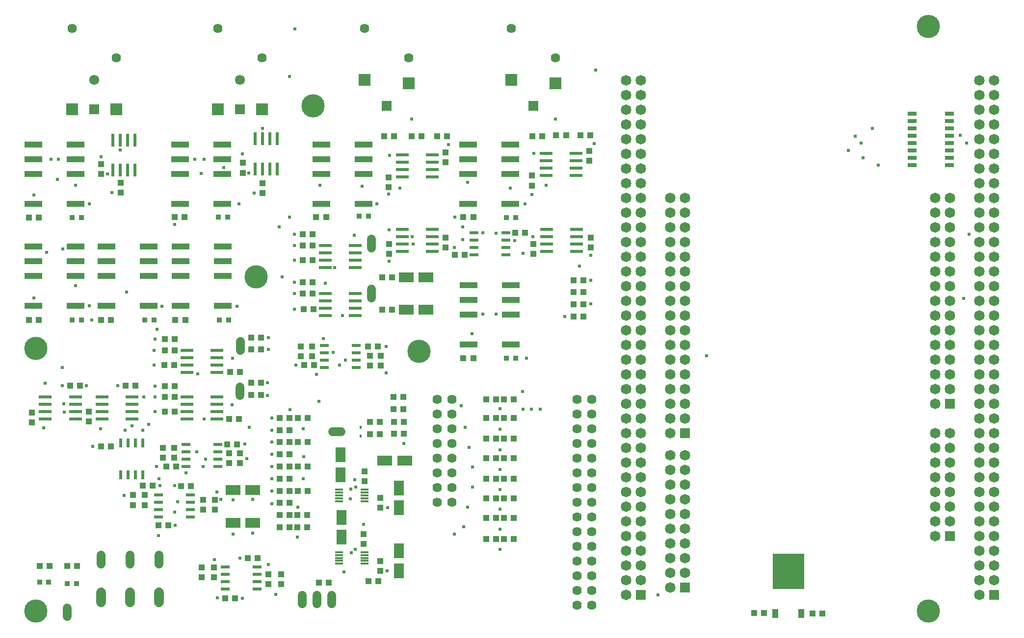
<source format=gbr>
G04 EAGLE Gerber RS-274X export*
G75*
%MOMM*%
%FSLAX34Y34*%
%LPD*%
%INSoldermask Top*%
%IPPOS*%
%AMOC8*
5,1,8,0,0,1.08239X$1,22.5*%
G01*
%ADD10C,4.020000*%
%ADD11R,1.020000X1.120000*%
%ADD12R,2.120000X2.120000*%
%ADD13R,1.720000X1.720000*%
%ADD14C,1.620000*%
%ADD15R,3.020000X1.130000*%
%ADD16C,1.720000*%
%ADD17R,2.220000X0.620000*%
%ADD18R,0.620000X2.220000*%
%ADD19R,1.520000X0.620000*%
%ADD20R,1.120000X1.020000*%
%ADD21R,0.620000X1.520000*%
%ADD22C,1.713800*%
%ADD23R,1.544000X0.655000*%
%ADD24R,0.820000X0.820000*%
%ADD25R,2.520000X1.820000*%
%ADD26C,1.520000*%
%ADD27R,1.820000X1.820000*%
%ADD28C,1.820000*%
%ADD29R,5.420000X6.220000*%
%ADD30R,1.020000X1.620000*%
%ADD31R,1.420000X0.320000*%
%ADD32R,1.820000X2.520000*%
%ADD33R,0.440000X0.590000*%
%ADD34C,0.620000*%


D10*
X30000Y30000D03*
X1570000Y30000D03*
X691000Y479000D03*
X1570000Y1040000D03*
X508000Y903000D03*
X410000Y608000D03*
X30000Y484000D03*
D11*
X737000Y805500D03*
X737000Y822500D03*
X638000Y779500D03*
X638000Y762500D03*
D12*
X673100Y941650D03*
D13*
X635000Y903500D03*
D12*
X596900Y948000D03*
D14*
X596900Y1036900D03*
X673100Y986100D03*
D15*
X595450Y733770D03*
X595450Y785560D03*
X595450Y810960D03*
X595450Y836360D03*
X522550Y836360D03*
X522550Y810960D03*
X522550Y785560D03*
X522550Y733770D03*
X98450Y733770D03*
X98450Y785560D03*
X98450Y810960D03*
X98450Y836360D03*
X25550Y836360D03*
X25550Y810960D03*
X25550Y785560D03*
X25550Y733770D03*
D16*
X130000Y948000D03*
D12*
X91900Y897200D03*
D13*
X130000Y897200D03*
D12*
X168100Y897200D03*
D14*
X91900Y1037000D03*
X168100Y986100D03*
D17*
X662000Y805350D03*
X714000Y805350D03*
X662000Y818050D03*
X662000Y792650D03*
X662000Y779950D03*
X714000Y818050D03*
X714000Y792650D03*
X714000Y779950D03*
D12*
X926100Y941650D03*
D13*
X888000Y903500D03*
D12*
X849900Y948000D03*
D14*
X849900Y1036900D03*
X926100Y986100D03*
D16*
X382000Y948000D03*
D12*
X343900Y897200D03*
D13*
X382000Y897200D03*
D12*
X420100Y897200D03*
D14*
X343900Y1037000D03*
X420100Y986100D03*
D15*
X351450Y733770D03*
X351450Y785560D03*
X351450Y810960D03*
X351450Y836360D03*
X278550Y836360D03*
X278550Y810960D03*
X278550Y785560D03*
X278550Y733770D03*
X848450Y733770D03*
X848450Y785560D03*
X848450Y810960D03*
X848450Y836360D03*
X775550Y836360D03*
X775550Y810960D03*
X775550Y785560D03*
X775550Y733770D03*
D17*
X910000Y808350D03*
X962000Y808350D03*
X910000Y821050D03*
X910000Y795650D03*
X910000Y782950D03*
X962000Y821050D03*
X962000Y795650D03*
X962000Y782950D03*
D11*
X985000Y808500D03*
X985000Y825500D03*
X886000Y782500D03*
X886000Y765500D03*
D18*
X433350Y846000D03*
X433350Y794000D03*
X446050Y846000D03*
X420650Y846000D03*
X407950Y846000D03*
X446050Y794000D03*
X420650Y794000D03*
X407950Y794000D03*
D11*
X421000Y769500D03*
X421000Y752500D03*
X387000Y787500D03*
X387000Y804500D03*
D18*
X188350Y844000D03*
X188350Y792000D03*
X201050Y844000D03*
X175650Y844000D03*
X162950Y844000D03*
X201050Y792000D03*
X175650Y792000D03*
X162950Y792000D03*
D11*
X176000Y770500D03*
X176000Y753500D03*
X142000Y785500D03*
X142000Y802500D03*
D19*
X840500Y658650D03*
X785500Y658650D03*
X840500Y645950D03*
X840500Y671350D03*
X840500Y684050D03*
X785500Y645950D03*
X785500Y671350D03*
X785500Y684050D03*
D17*
X911000Y677350D03*
X963000Y677350D03*
X911000Y690050D03*
X911000Y664650D03*
X911000Y651950D03*
X963000Y690050D03*
X963000Y664650D03*
X963000Y651950D03*
X662000Y677350D03*
X714000Y677350D03*
X662000Y690050D03*
X662000Y664650D03*
X662000Y651950D03*
X714000Y690050D03*
X714000Y664650D03*
X714000Y651950D03*
D11*
X888000Y647500D03*
X888000Y664500D03*
X987000Y675500D03*
X987000Y658500D03*
X639000Y647500D03*
X639000Y664500D03*
X737000Y675500D03*
X737000Y658500D03*
D15*
X849450Y490770D03*
X849450Y542560D03*
X849450Y567960D03*
X849450Y593360D03*
X776550Y593360D03*
X776550Y567960D03*
X776550Y542560D03*
X776550Y490770D03*
D17*
X98000Y374650D03*
X46000Y374650D03*
X98000Y361950D03*
X98000Y387350D03*
X98000Y400050D03*
X46000Y361950D03*
X46000Y387350D03*
X46000Y400050D03*
X196000Y374650D03*
X144000Y374650D03*
X196000Y361950D03*
X196000Y387350D03*
X196000Y400050D03*
X144000Y361950D03*
X144000Y387350D03*
X144000Y400050D03*
D20*
X105500Y420000D03*
X88500Y420000D03*
D11*
X121000Y374500D03*
X121000Y357500D03*
D20*
X201500Y420000D03*
X184500Y420000D03*
D11*
X23000Y373500D03*
X23000Y356500D03*
D15*
X98450Y557270D03*
X98450Y609060D03*
X98450Y634460D03*
X98450Y659860D03*
X25550Y659860D03*
X25550Y634460D03*
X25550Y609060D03*
X25550Y557270D03*
X224450Y557270D03*
X224450Y609060D03*
X224450Y634460D03*
X224450Y659860D03*
X151550Y659860D03*
X151550Y634460D03*
X151550Y609060D03*
X151550Y557270D03*
X352450Y557270D03*
X352450Y609060D03*
X352450Y634460D03*
X352450Y659860D03*
X279550Y659860D03*
X279550Y634460D03*
X279550Y609060D03*
X279550Y557270D03*
D21*
X201350Y320500D03*
X201350Y265500D03*
X214050Y320500D03*
X188650Y320500D03*
X175950Y320500D03*
X214050Y265500D03*
X188650Y265500D03*
X175950Y265500D03*
D20*
X769500Y646000D03*
X752500Y646000D03*
X856500Y684000D03*
X873500Y684000D03*
X214500Y247000D03*
X231500Y247000D03*
X159500Y315000D03*
X142500Y315000D03*
D22*
X242000Y62369D02*
X242000Y45431D01*
X192000Y45431D02*
X192000Y62369D01*
X142000Y62369D02*
X142000Y45431D01*
D23*
X1606400Y800550D03*
X1606400Y813250D03*
X1606400Y825950D03*
X1606400Y838650D03*
X1606400Y851350D03*
X1606400Y864050D03*
X1606400Y876750D03*
X1606400Y889450D03*
X1541600Y889450D03*
X1541600Y876750D03*
X1541600Y864050D03*
X1541600Y851350D03*
X1541600Y838650D03*
X1541600Y825950D03*
X1541600Y813250D03*
X1541600Y800550D03*
D24*
X588000Y713000D03*
X604000Y713000D03*
X842000Y710000D03*
X858000Y710000D03*
X842000Y467000D03*
X858000Y467000D03*
X92000Y533500D03*
X108000Y533500D03*
X218000Y533500D03*
X234000Y533500D03*
X346000Y533500D03*
X362000Y533500D03*
D11*
X513500Y711000D03*
X530500Y711000D03*
X767500Y711000D03*
X784500Y711000D03*
X767500Y467000D03*
X784500Y467000D03*
X17500Y533500D03*
X34500Y533500D03*
X142500Y533500D03*
X159500Y533500D03*
X270500Y533500D03*
X287500Y533500D03*
D17*
X581000Y636650D03*
X529000Y636650D03*
X581000Y623950D03*
X581000Y649350D03*
X581000Y662050D03*
X529000Y623950D03*
X529000Y649350D03*
X529000Y662050D03*
X581000Y553650D03*
X529000Y553650D03*
X581000Y540950D03*
X581000Y566350D03*
X581000Y579050D03*
X529000Y540950D03*
X529000Y566350D03*
X529000Y579050D03*
D19*
X527500Y476350D03*
X582500Y476350D03*
X527500Y489050D03*
X527500Y463650D03*
X527500Y450950D03*
X582500Y489050D03*
X582500Y463650D03*
X582500Y450950D03*
D20*
X602500Y487000D03*
X619500Y487000D03*
X509500Y455000D03*
X492500Y455000D03*
X506000Y470500D03*
X506000Y487500D03*
D11*
X487000Y470500D03*
X487000Y487500D03*
D20*
X606000Y454500D03*
X606000Y471500D03*
D11*
X625000Y454500D03*
X625000Y471500D03*
X490500Y662000D03*
X507500Y662000D03*
X490500Y579000D03*
X507500Y579000D03*
X644500Y607000D03*
X627500Y607000D03*
D25*
X703000Y607000D03*
X669000Y607000D03*
D11*
X644500Y551000D03*
X627500Y551000D03*
D25*
X703000Y551000D03*
X669000Y551000D03*
D19*
X241500Y218350D03*
X296500Y218350D03*
X241500Y231050D03*
X241500Y205650D03*
X241500Y192950D03*
X296500Y231050D03*
X296500Y205650D03*
X296500Y192950D03*
D20*
X241500Y178000D03*
X258500Y178000D03*
X297500Y246000D03*
X280500Y246000D03*
X318000Y205500D03*
X318000Y222500D03*
X507500Y598000D03*
X490500Y598000D03*
X508500Y552000D03*
X491500Y552000D03*
X507500Y636000D03*
X490500Y636000D03*
X507500Y681000D03*
X490500Y681000D03*
D26*
X192000Y126500D02*
X192000Y111500D01*
X541500Y340000D02*
X556500Y340000D01*
X514400Y57500D02*
X514400Y42500D01*
X142000Y111500D02*
X142000Y126500D01*
X608500Y571500D02*
X608500Y586500D01*
X608500Y657500D02*
X608500Y672500D01*
D24*
X92000Y710000D03*
X108000Y710000D03*
D11*
X17500Y710000D03*
X34500Y710000D03*
D24*
X345000Y711000D03*
X361000Y711000D03*
D11*
X269500Y711000D03*
X286500Y711000D03*
D27*
X1683500Y58100D03*
D28*
X1658100Y58100D03*
X1683500Y83500D03*
X1658100Y83500D03*
X1683500Y108900D03*
X1658100Y108900D03*
X1683500Y134300D03*
X1658100Y134300D03*
X1683500Y159700D03*
X1658100Y159700D03*
X1683500Y185100D03*
X1658100Y185100D03*
X1683500Y210500D03*
X1658100Y210500D03*
X1683500Y235900D03*
X1658100Y235900D03*
X1683500Y261300D03*
X1658100Y261300D03*
X1683500Y286700D03*
X1658100Y286700D03*
X1683500Y312100D03*
X1658100Y312100D03*
X1683500Y337500D03*
X1658100Y337500D03*
X1683500Y362900D03*
X1658100Y362900D03*
X1683500Y388300D03*
X1658100Y388300D03*
X1683500Y413700D03*
X1658100Y413700D03*
X1683500Y439100D03*
X1658100Y439100D03*
X1683500Y464500D03*
X1658100Y464500D03*
X1683500Y489900D03*
X1658100Y489900D03*
X1683500Y515300D03*
X1658100Y515300D03*
X1683500Y540700D03*
X1658100Y540700D03*
X1683500Y566100D03*
X1658100Y566100D03*
X1683500Y591500D03*
X1658100Y591500D03*
X1683500Y616900D03*
X1658100Y616900D03*
X1683500Y642300D03*
X1658100Y642300D03*
X1683500Y667700D03*
X1658100Y667700D03*
X1683500Y693100D03*
X1658100Y693100D03*
X1683500Y718500D03*
X1658100Y718500D03*
X1683500Y743900D03*
X1658100Y743900D03*
X1683500Y769300D03*
X1658100Y769300D03*
X1683500Y794700D03*
X1658100Y794700D03*
X1683500Y820100D03*
X1658100Y820100D03*
X1683500Y845500D03*
X1658100Y845500D03*
X1683500Y870900D03*
X1658100Y870900D03*
X1683500Y896300D03*
X1658100Y896300D03*
X1683500Y921700D03*
X1658100Y921700D03*
X1683500Y947100D03*
X1658100Y947100D03*
D27*
X1607300Y159700D03*
D28*
X1581900Y159700D03*
X1607300Y185100D03*
X1581900Y185100D03*
X1607300Y210500D03*
X1581900Y210500D03*
X1607300Y235900D03*
X1581900Y235900D03*
X1607300Y261300D03*
X1581900Y261300D03*
X1607300Y286700D03*
X1581900Y286700D03*
X1607300Y312100D03*
X1581900Y312100D03*
X1607300Y337500D03*
X1581900Y337500D03*
D27*
X1607300Y388300D03*
D28*
X1581900Y388300D03*
X1607300Y413700D03*
X1581900Y413700D03*
X1607300Y439100D03*
X1581900Y439100D03*
X1607300Y464500D03*
X1581900Y464500D03*
X1607300Y489900D03*
X1581900Y489900D03*
X1607300Y515300D03*
X1581900Y515300D03*
X1607300Y540700D03*
X1581900Y540700D03*
X1607300Y566100D03*
X1581900Y566100D03*
X1607300Y591500D03*
X1581900Y591500D03*
X1607300Y616900D03*
X1581900Y616900D03*
X1607300Y642300D03*
X1581900Y642300D03*
X1607300Y667700D03*
X1581900Y667700D03*
X1607300Y693100D03*
X1581900Y693100D03*
X1607300Y718500D03*
X1581900Y718500D03*
X1607300Y743900D03*
X1581900Y743900D03*
D27*
X1150100Y70800D03*
D28*
X1124700Y70800D03*
X1150100Y96200D03*
X1124700Y96200D03*
X1150100Y121600D03*
X1124700Y121600D03*
X1150100Y147000D03*
X1124700Y147000D03*
X1150100Y172400D03*
X1124700Y172400D03*
X1150100Y197800D03*
X1124700Y197800D03*
X1150100Y223200D03*
X1124700Y223200D03*
X1150100Y248600D03*
X1124700Y248600D03*
X1150100Y274000D03*
X1124700Y274000D03*
X1150100Y299400D03*
X1124700Y299400D03*
D27*
X1150100Y337500D03*
D28*
X1124700Y337500D03*
X1150100Y362900D03*
X1124700Y362900D03*
X1150100Y388300D03*
X1124700Y388300D03*
X1150100Y413700D03*
X1124700Y413700D03*
X1150100Y439100D03*
X1124700Y439100D03*
X1150100Y464500D03*
X1124700Y464500D03*
X1150100Y489900D03*
X1124700Y489900D03*
X1150100Y515300D03*
X1124700Y515300D03*
X1150100Y540700D03*
X1124700Y540700D03*
X1150100Y566100D03*
X1124700Y566100D03*
X1150100Y591500D03*
X1124700Y591500D03*
X1150100Y616900D03*
X1124700Y616900D03*
X1150100Y642300D03*
X1124700Y642300D03*
X1150100Y667700D03*
X1124700Y667700D03*
X1150100Y693100D03*
X1124700Y693100D03*
X1150100Y718500D03*
X1124700Y718500D03*
X1150100Y743900D03*
X1124700Y743900D03*
D27*
X1073900Y58100D03*
D28*
X1048500Y58100D03*
X1073900Y83500D03*
X1048500Y83500D03*
X1073900Y108900D03*
X1048500Y108900D03*
X1073900Y134300D03*
X1048500Y134300D03*
X1073900Y159700D03*
X1048500Y159700D03*
X1073900Y185100D03*
X1048500Y185100D03*
X1073900Y210500D03*
X1048500Y210500D03*
X1073900Y235900D03*
X1048500Y235900D03*
X1073900Y261300D03*
X1048500Y261300D03*
X1073900Y286700D03*
X1048500Y286700D03*
X1073900Y312100D03*
X1048500Y312100D03*
X1073900Y337500D03*
X1048500Y337500D03*
X1073900Y362900D03*
X1048500Y362900D03*
X1073900Y388300D03*
X1048500Y388300D03*
X1073900Y413700D03*
X1048500Y413700D03*
X1073900Y439100D03*
X1048500Y439100D03*
X1073900Y464500D03*
X1048500Y464500D03*
X1073900Y489900D03*
X1048500Y489900D03*
X1073900Y515300D03*
X1048500Y515300D03*
X1073900Y540700D03*
X1048500Y540700D03*
X1073900Y566100D03*
X1048500Y566100D03*
X1073900Y591500D03*
X1048500Y591500D03*
X1073900Y616900D03*
X1048500Y616900D03*
X1073900Y642300D03*
X1048500Y642300D03*
X1073900Y667700D03*
X1048500Y667700D03*
X1073900Y693100D03*
X1048500Y693100D03*
X1073900Y718500D03*
X1048500Y718500D03*
X1073900Y743900D03*
X1048500Y743900D03*
X1073900Y769300D03*
X1048500Y769300D03*
X1073900Y794700D03*
X1048500Y794700D03*
X1073900Y820100D03*
X1048500Y820100D03*
X1073900Y845500D03*
X1048500Y845500D03*
X1073900Y870900D03*
X1048500Y870900D03*
X1073900Y896300D03*
X1048500Y896300D03*
X1073900Y921700D03*
X1048500Y921700D03*
X1073900Y947100D03*
X1048500Y947100D03*
D29*
X1328000Y99000D03*
D30*
X1305200Y26000D03*
X1350800Y26000D03*
D11*
X620500Y82000D03*
X603500Y82000D03*
D20*
X1286500Y27000D03*
X1269500Y27000D03*
X1369500Y26000D03*
X1386500Y26000D03*
D26*
X539800Y42500D02*
X539800Y57500D01*
D24*
X100000Y78000D03*
X84000Y78000D03*
X52000Y80000D03*
X36000Y80000D03*
D11*
X36500Y108000D03*
X53500Y108000D03*
X83500Y108000D03*
X100500Y108000D03*
D14*
X722100Y395900D03*
X722100Y370500D03*
X722100Y345100D03*
X722100Y319700D03*
X722100Y294300D03*
X722100Y268900D03*
X722100Y243500D03*
X722100Y218100D03*
X747500Y395900D03*
X747500Y370500D03*
X747500Y345100D03*
X747500Y319700D03*
X747500Y294300D03*
X747500Y268900D03*
X747500Y243500D03*
X747500Y218100D03*
X963400Y395900D03*
X963400Y370500D03*
X963400Y345100D03*
X963400Y319700D03*
X963400Y294300D03*
X963400Y268900D03*
X963400Y243500D03*
X963400Y218100D03*
X988800Y395900D03*
X988800Y370500D03*
X988800Y345100D03*
X988800Y319700D03*
X988800Y294300D03*
X988800Y268900D03*
X988800Y243500D03*
X988800Y218100D03*
X963400Y192700D03*
X963400Y167300D03*
X963400Y141900D03*
X963400Y116500D03*
X963400Y91100D03*
X963400Y65700D03*
X963400Y40300D03*
X988800Y192700D03*
X988800Y167300D03*
X988800Y141900D03*
X988800Y116500D03*
X988800Y91100D03*
X988800Y65700D03*
X988800Y40300D03*
D20*
X630500Y851000D03*
X647500Y851000D03*
X722500Y851000D03*
X739500Y851000D03*
X678500Y851000D03*
X695500Y851000D03*
X886500Y851000D03*
X903500Y851000D03*
X969500Y852000D03*
X986500Y852000D03*
X927500Y852000D03*
X944500Y852000D03*
D11*
X957500Y581000D03*
X974500Y581000D03*
X974500Y602000D03*
X957500Y602000D03*
X957500Y539000D03*
X974500Y539000D03*
X974500Y560000D03*
X957500Y560000D03*
X854500Y396000D03*
X837500Y396000D03*
X806500Y396000D03*
X823500Y396000D03*
X854500Y364000D03*
X837500Y364000D03*
X806500Y364000D03*
X823500Y364000D03*
X806500Y328000D03*
X823500Y328000D03*
X854500Y328000D03*
X837500Y328000D03*
X854500Y294000D03*
X837500Y294000D03*
X854500Y259000D03*
X837500Y259000D03*
X854500Y225000D03*
X837500Y225000D03*
X854500Y191000D03*
X837500Y191000D03*
X854500Y155000D03*
X837500Y155000D03*
X806500Y294000D03*
X823500Y294000D03*
X806500Y259000D03*
X823500Y259000D03*
X806500Y225000D03*
X823500Y225000D03*
X806500Y191000D03*
X823500Y191000D03*
X806500Y155000D03*
X823500Y155000D03*
D31*
X553000Y240000D03*
X553000Y235000D03*
X553000Y230000D03*
X553000Y225000D03*
X553000Y220000D03*
X597000Y220000D03*
X597000Y225000D03*
X597000Y230000D03*
X597000Y235000D03*
X597000Y240000D03*
X553000Y132000D03*
X553000Y127000D03*
X553000Y122000D03*
X553000Y117000D03*
X553000Y112000D03*
X597000Y112000D03*
X597000Y117000D03*
X597000Y122000D03*
X597000Y127000D03*
X597000Y132000D03*
D11*
X597000Y254500D03*
X597000Y271500D03*
X624000Y225500D03*
X624000Y208500D03*
X624000Y116500D03*
X624000Y99500D03*
D32*
X555000Y266000D03*
X555000Y300000D03*
X656000Y243000D03*
X656000Y209000D03*
X656000Y134000D03*
X656000Y100000D03*
D17*
X342000Y455650D03*
X290000Y455650D03*
X342000Y442950D03*
X342000Y468350D03*
X342000Y481050D03*
X290000Y442950D03*
X290000Y468350D03*
X290000Y481050D03*
X342000Y374650D03*
X290000Y374650D03*
X342000Y361950D03*
X342000Y387350D03*
X342000Y400050D03*
X290000Y361950D03*
X290000Y387350D03*
X290000Y400050D03*
D19*
X288500Y305350D03*
X343500Y305350D03*
X288500Y318050D03*
X288500Y292650D03*
X288500Y279950D03*
X343500Y318050D03*
X343500Y292650D03*
X343500Y279950D03*
D20*
X359500Y318000D03*
X376500Y318000D03*
X271500Y280000D03*
X254500Y280000D03*
X268000Y295500D03*
X268000Y312500D03*
D11*
X249000Y295500D03*
X249000Y312500D03*
D20*
X363000Y285500D03*
X363000Y302500D03*
D11*
X382000Y285500D03*
X382000Y302500D03*
X252500Y481000D03*
X269500Y481000D03*
X252500Y400000D03*
X269500Y400000D03*
X381500Y443000D03*
X364500Y443000D03*
X380500Y362000D03*
X363500Y362000D03*
D20*
X269500Y419000D03*
X252500Y419000D03*
X269500Y375000D03*
X252500Y375000D03*
X268500Y455000D03*
X251500Y455000D03*
X269500Y500000D03*
X252500Y500000D03*
D11*
X481500Y364000D03*
X498500Y364000D03*
X450500Y343000D03*
X467500Y343000D03*
X450500Y364000D03*
X467500Y364000D03*
X481500Y322000D03*
X498500Y322000D03*
X450500Y301000D03*
X467500Y301000D03*
X450500Y322000D03*
X467500Y322000D03*
X481500Y280000D03*
X498500Y280000D03*
X450500Y259000D03*
X467500Y259000D03*
X450500Y280000D03*
X467500Y280000D03*
X481500Y238000D03*
X498500Y238000D03*
X450500Y217000D03*
X467500Y217000D03*
X450500Y238000D03*
X467500Y238000D03*
D25*
X404000Y239000D03*
X370000Y239000D03*
X404000Y183000D03*
X370000Y183000D03*
D20*
X339000Y222500D03*
X339000Y205500D03*
X218000Y213500D03*
X218000Y230500D03*
X197000Y230500D03*
X197000Y213500D03*
D26*
X382000Y402500D02*
X382000Y417500D01*
X383000Y480500D02*
X383000Y495500D01*
D19*
X356500Y93350D03*
X411500Y93350D03*
X356500Y106050D03*
X356500Y80650D03*
X356500Y67950D03*
X411500Y106050D03*
X411500Y80650D03*
X411500Y67950D03*
D20*
X412500Y122000D03*
X395500Y122000D03*
X356500Y52000D03*
X373500Y52000D03*
X647500Y337000D03*
X664500Y337000D03*
D25*
X632000Y290000D03*
X666000Y290000D03*
D11*
X606500Y357000D03*
X623500Y357000D03*
X623500Y336000D03*
X606500Y336000D03*
X664500Y357000D03*
X647500Y357000D03*
X663500Y400000D03*
X646500Y400000D03*
X646500Y379000D03*
X663500Y379000D03*
D20*
X316000Y105500D03*
X316000Y88500D03*
X453000Y93500D03*
X453000Y76500D03*
X337000Y88500D03*
X337000Y105500D03*
X431000Y76500D03*
X431000Y93500D03*
D11*
X418500Y503000D03*
X401500Y503000D03*
X401500Y482000D03*
X418500Y482000D03*
X418500Y425000D03*
X401500Y425000D03*
X401500Y404000D03*
X418500Y404000D03*
X497500Y196000D03*
X480500Y196000D03*
X450500Y175000D03*
X467500Y175000D03*
X497500Y175000D03*
X480500Y175000D03*
X450500Y196000D03*
X467500Y196000D03*
X595000Y146500D03*
X595000Y163500D03*
D32*
X557000Y158000D03*
X557000Y192000D03*
D33*
X590000Y347750D03*
X590000Y332250D03*
D11*
X518500Y79000D03*
X535500Y79000D03*
D26*
X489000Y57500D02*
X489000Y42500D01*
X242000Y111500D02*
X242000Y126500D01*
X84000Y35500D02*
X84000Y20500D01*
D34*
X153000Y785500D03*
X397000Y787500D03*
X658000Y761000D03*
X910000Y766000D03*
X856000Y670000D03*
X870000Y648000D03*
X639000Y635000D03*
X476000Y579000D03*
X476000Y662000D03*
X514000Y439000D03*
X234000Y481000D03*
X235000Y400000D03*
X184000Y343000D03*
X289000Y269000D03*
X216000Y400000D03*
X117000Y420000D03*
X437000Y364000D03*
X437000Y322000D03*
X437000Y280000D03*
X437000Y238000D03*
X241000Y161000D03*
X343000Y53000D03*
X987000Y561000D03*
X175000Y827000D03*
X142000Y815000D03*
X161000Y753000D03*
X421000Y864000D03*
X386000Y820000D03*
X406000Y752000D03*
X889000Y821000D03*
X993000Y838000D03*
X741370Y836630D03*
X640000Y818000D03*
X638000Y751000D03*
X886000Y750000D03*
X887000Y677350D03*
X751500Y658500D03*
X639000Y689000D03*
X476000Y598000D03*
X476000Y636000D03*
X476000Y681000D03*
X476000Y552000D03*
X553500Y455500D03*
X478000Y455000D03*
X634000Y487000D03*
X235000Y500000D03*
X234000Y455000D03*
X235000Y419000D03*
X235000Y375000D03*
X318050Y279950D03*
X238000Y280000D03*
X43000Y347000D03*
X141000Y345000D03*
X128000Y315000D03*
X79000Y374000D03*
X171000Y420000D03*
X75000Y420000D03*
X244000Y247000D03*
X196000Y350000D03*
X636000Y99500D03*
X637000Y208500D03*
X664500Y320000D03*
X437000Y343000D03*
X437000Y301000D03*
X437000Y259000D03*
X437000Y216000D03*
X370000Y163000D03*
X370000Y222000D03*
X270000Y178000D03*
X269000Y247000D03*
X390000Y319000D03*
X431000Y503000D03*
X382000Y122000D03*
X386000Y52000D03*
X987000Y602000D03*
X987000Y645000D03*
X429487Y425000D03*
X67000Y776000D03*
X592500Y764500D03*
X98000Y766000D03*
X520000Y766000D03*
X56000Y811000D03*
X69000Y811000D03*
X320000Y811000D03*
X304000Y811000D03*
X354000Y796460D03*
X848000Y761000D03*
X315000Y786000D03*
X775000Y771000D03*
X766000Y672000D03*
X681000Y664000D03*
X801000Y543000D03*
X801000Y684000D03*
X824000Y543000D03*
X824000Y683000D03*
X870000Y379000D03*
X869504Y409496D03*
X214050Y343000D03*
X78000Y388000D03*
X900000Y379000D03*
X634410Y441410D03*
X76000Y656000D03*
X46000Y424000D03*
X48000Y650000D03*
X75000Y451000D03*
X885000Y379000D03*
X526000Y501000D03*
X766000Y694000D03*
X679000Y677000D03*
X26000Y749000D03*
X477000Y1036000D03*
X1483000Y801000D03*
X269000Y698000D03*
X467000Y711000D03*
X467000Y954000D03*
X1457254Y813254D03*
X753000Y711000D03*
X782000Y509000D03*
X1431834Y825834D03*
X26000Y571000D03*
X1453460Y839000D03*
X126000Y533000D03*
X1443920Y851000D03*
X239000Y517000D03*
X1473000Y864000D03*
X182000Y230000D03*
X349000Y223000D03*
X1103000Y58000D03*
X545000Y624000D03*
X543000Y477000D03*
X558540Y541000D03*
X564000Y464000D03*
X274000Y219000D03*
X450000Y694000D03*
X942000Y539000D03*
X1625000Y852000D03*
X1636000Y839000D03*
X968000Y626000D03*
X122000Y734000D03*
X380000Y734000D03*
X874000Y734000D03*
X618000Y734000D03*
X122000Y558000D03*
X377000Y557000D03*
X247000Y557000D03*
X996000Y965000D03*
X876000Y467000D03*
X678000Y880000D03*
X926000Y880000D03*
X1187000Y471000D03*
X1631000Y570000D03*
X595000Y180000D03*
X580000Y257500D03*
X763524Y385000D03*
X831000Y380000D03*
X1640000Y681000D03*
X770572Y348000D03*
X831000Y344000D03*
X777620Y313000D03*
X831000Y309000D03*
X783000Y279000D03*
X831000Y275000D03*
X783000Y244000D03*
X831000Y240000D03*
X775000Y210000D03*
X831000Y206000D03*
X767596Y176000D03*
X831000Y172000D03*
X751980Y163542D03*
X831000Y137000D03*
X582000Y244000D03*
X581000Y137000D03*
X573000Y241000D03*
X572000Y224000D03*
X561000Y98000D03*
X574000Y131000D03*
X309000Y440000D03*
X307000Y305000D03*
X320000Y362000D03*
X323000Y293000D03*
X224000Y353000D03*
X98000Y592000D03*
X468000Y378000D03*
X579500Y679500D03*
X491000Y345000D03*
X529000Y597000D03*
X492000Y297000D03*
X369000Y467000D03*
X491000Y259000D03*
X368000Y387000D03*
X342000Y236000D03*
X455000Y608000D03*
X404000Y165000D03*
X481000Y158000D03*
X404000Y223000D03*
X482000Y210000D03*
X269000Y201000D03*
X518000Y393000D03*
X444000Y59000D03*
X338000Y119000D03*
X431000Y482000D03*
X431000Y111000D03*
X429500Y402500D03*
X186000Y581000D03*
X242000Y259000D03*
X398000Y348000D03*
X393540Y293709D03*
M02*

</source>
